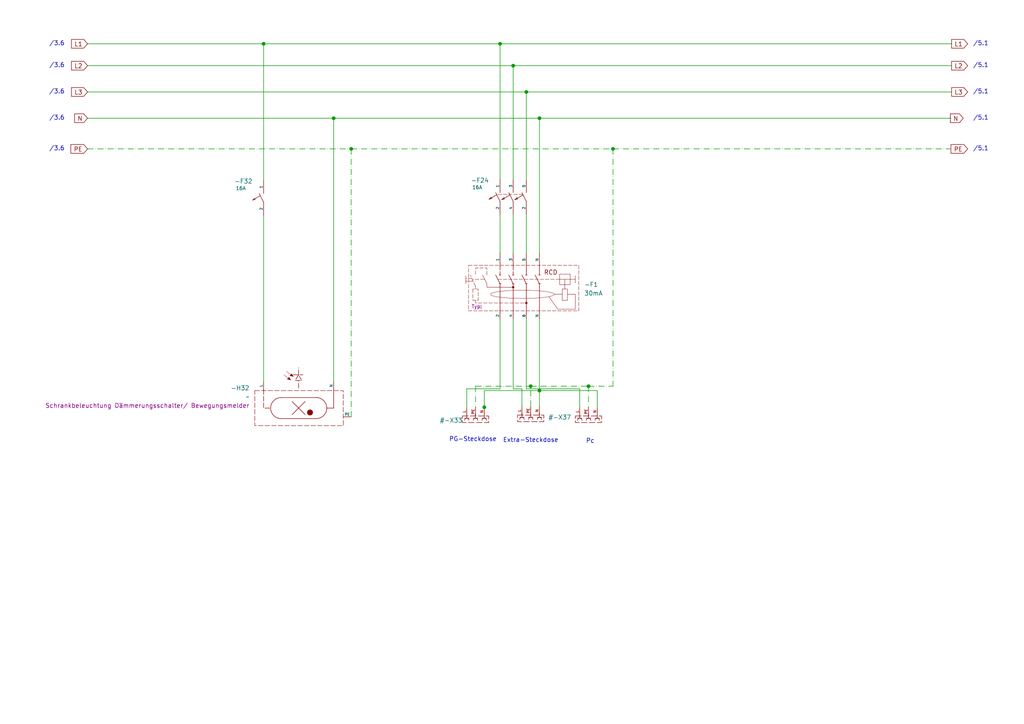
<source format=kicad_sch>
(kicad_sch (version 20250114) (generator "eeschema") (generator_version "9.0")
  (paper "A4")
  (title_block (comment 4 "1"))
  (lib_symbols
    (symbol "Steckdose_W_(X)_1" (power) (pin_names (offset 0) (hide yes)) (exclude_from_sim yes) (in_bom no) (on_board no)
      (property "Reference" "-X" (at -6.604 3.302 0))
      (symbol "Steckdose_W_(X)_1_0_1"
        (polyline (pts (xy -2.54 0.635) (xy -2.54 1.905)))
        (arc (start -3.175 0) (mid -2.54 0.635) (end -1.905 0))
        (polyline (pts (xy -1.905 0.635) (xy -3.175 0.635)))
        (polyline (pts (xy 0 0.635) (xy 0 1.905)))
        (arc (start -0.635 0) (mid 0 0.635) (end 0.635 0))
        (polyline (pts (xy 0.635 0.635) (xy -0.635 0.635)))
        (polyline (pts (xy 2.54 0.635) (xy 2.54 1.905)))
        (arc (start 1.905 0) (mid 2.54 0.635) (end 3.175 0))
        (polyline (pts (xy 3.175 0.635) (xy 1.905 0.635)))
      )
      (symbol "Steckdose_W_(X)_1_1_1"
        (rectangle (start -3.81 1.27) (end 3.81 -0.635) (stroke (width 0) (type dash)))
        (pin passive line (at -2.54 3.81 270) (length 2.54) (name "L") (number "L"))
        (pin unspecified line (at -2.54 0 90) (length 0) (hide yes) (name "L") (number "L"))
        (pin passive line (at 0 3.81 270) (length 2.54) (name "PE") (number "PE"))
        (pin unspecified line (at 0 0 90) (length 0) (hide yes) (name "PE") (number "PE"))
        (pin passive line (at 2.54 3.81 270) (length 2.54) (name "N") (number "N"))
        (pin unspecified line (at 2.54 0 90) (length 0) (hide yes) (name "N") (number "N"))
      )
    )
    (symbol "Steckdose_W_(X)_2" (power) (pin_names (offset 0) (hide yes)) (exclude_from_sim yes) (in_bom no) (on_board no)
      (property "Reference" "-X" (at -6.604 3.302 0))
      (symbol "Steckdose_W_(X)_2_0_1"
        (polyline (pts (xy -2.54 0.635) (xy -2.54 1.905)))
        (arc (start -3.175 0) (mid -2.54 0.635) (end -1.905 0))
        (polyline (pts (xy -1.905 0.635) (xy -3.175 0.635)))
        (polyline (pts (xy 0 0.635) (xy 0 1.905)))
        (arc (start -0.635 0) (mid 0 0.635) (end 0.635 0))
        (polyline (pts (xy 0.635 0.635) (xy -0.635 0.635)))
        (polyline (pts (xy 2.54 0.635) (xy 2.54 1.905)))
        (arc (start 1.905 0) (mid 2.54 0.635) (end 3.175 0))
        (polyline (pts (xy 3.175 0.635) (xy 1.905 0.635)))
      )
      (symbol "Steckdose_W_(X)_2_1_1"
        (rectangle (start -3.81 1.27) (end 3.81 -0.635) (stroke (width 0) (type dash)))
        (pin passive line (at -2.54 3.81 270) (length 2.54) (name "L") (number "L"))
        (pin unspecified line (at -2.54 0 90) (length 0) (hide yes) (name "L") (number "L"))
        (pin passive line (at 0 3.81 270) (length 2.54) (name "PE") (number "PE"))
        (pin unspecified line (at 0 0 90) (length 0) (hide yes) (name "PE") (number "PE"))
        (pin passive line (at 2.54 3.81 270) (length 2.54) (name "N") (number "N"))
        (pin unspecified line (at 2.54 0 90) (length 0) (hide yes) (name "N") (number "N"))
      )
    )
    (symbol "devices:Leuchte_Schrankbeleuchtung_(H)" (pin_numbers (hide yes)) (pin_names (offset 0))
      (property "Reference" "-H" (at -15.24 8.89 0))
      (symbol "Leuchte_Schrankbeleuchtung_(H)_0_1"
        (arc (start -5.08 -3.048) (mid -8.1184 0.0114) (end -5.0589 3.0498))
        (polyline (pts (xy -1.905 1.905) (xy 1.905 -1.905)))
        (polyline (pts (xy -1.905 -1.905) (xy 1.905 1.905)))
        (polyline (pts (xy 5.08 3.048) (xy -5.08 3.048)))
        (polyline (pts (xy 5.08 -3.048) (xy -5.08 -3.048)))
        (arc (start 5.08 3.048) (mid 8.1631 0) (end 5.08 -3.048))
      )
      (symbol "Leuchte_Schrankbeleuchtung_(H)_1_1"
        (rectangle (start -12.7 5.08) (end 12.954 -5.08) (stroke (width 0.127) (type dash)))
        (polyline (pts (xy -10.16 5.334) (xy -10.16 0) (xy -8.128 0)))
        (polyline (pts (xy -4.318 9.652) (xy -2.286 8.128) (xy -2.7889 9.0244) (xy -3.302 8.382) (xy -2.286 8.128)) (stroke (width 0.0762)) (fill (type outline)))
        (polyline (pts (xy -3.556 10.668) (xy -1.524 9.144) (xy -2.0269 10.0404) (xy -2.54 9.398) (xy -1.524 9.144)) (stroke (width 0.0762)) (fill (type outline)))
        (polyline (pts (xy -1.524 9.652) (xy 0 9.652) (xy 0.889 8.001) (xy -1.016 8.001) (xy 0 9.652) (xy 1.27 9.652)))
        (polyline (pts (xy 0 9.652) (xy 0 11.684)))
        (polyline (pts (xy 0 5.842) (xy 0 7.874)))
        (circle (center 3.302 -1.27) (radius 0.762) (fill (type outline)))
        (polyline (pts (xy 10.16 5.334) (xy 10.16 0)))
        (polyline (pts (xy 10.16 0) (xy 8.128 0) (xy 8.382 0) (xy 8.128 0)))
        (pin passive line (at -10.16 7.62 270) (length 2.286) (name "L") (number "L"))
        (pin passive line (at 10.16 7.62 270) (length 2.286) (name "N") (number "N"))
        (pin passive line (at 15.24 -2.54 180) (length 2.286) (name "PE") (number "PE"))
      )
    )
    (symbol "standart:Schalter_LS_(F)" (pin_numbers (hide yes)) (pin_names (offset 0))
      (property "Reference" "-F" (at -5.842 3.556 0))
      (property "Value" "A" (at -6.604 1.524 0))
      (symbol "Schalter_LS_(F)_0_1"
        (polyline (pts (xy -3.1577 -1.8949) (xy -3.1577 -1.8949)))
        (polyline (pts (xy 0 0) (xy 0 0)))
        (polyline (pts (xy 0 -2.54) (xy -1.27 0)))
      )
      (symbol "Schalter_LS_(F)_1_1"
        (polyline (pts (xy -3.175 -1.905) (xy -2.54 -1.27)) (stroke (width 0.127)))
        (polyline (pts (xy -3.175 -1.905) (xy -2.3014 -1.67)) (stroke (width 0.127)))
        (polyline (pts (xy -0.9505 -0.6011) (xy -3.175 -1.905)) (stroke (width 0.127)))
        (pin passive line (at 0 3.81 270) (length 3.81) (name "1") (number "1"))
        (pin passive line (at 0 -6.35 90) (length 3.81) (name "2") (number "2"))
      )
    )
    (symbol "standart:Schalter_LS_allpolig_(F)" (pin_numbers (hide yes)) (pin_names (offset 0))
      (property "Reference" "-F" (at -5.842 3.556 0))
      (property "Value" "A" (at -6.604 1.524 0))
      (symbol "Schalter_LS_allpolig_(F)_0_1"
        (polyline (pts (xy -3.175 -1.905) (xy -2.54 -1.27)))
        (polyline (pts (xy -3.175 -1.905) (xy -2.3014 -1.67)))
        (polyline (pts (xy -3.1577 -1.8949) (xy -3.1577 -1.8949)))
        (polyline (pts (xy -0.9505 -0.6011) (xy -3.175 -1.905)))
        (polyline (pts (xy 0 0) (xy 0 0)))
        (polyline (pts (xy 0 -2.54) (xy -1.27 0)))
        (polyline (pts (xy 0.508 -2.032) (xy 1.143 -1.397)))
        (polyline (pts (xy 0.508 -2.032) (xy 1.3816 -1.797)))
        (polyline (pts (xy 0.5253 -2.0219) (xy 0.5253 -2.0219)))
        (polyline (pts (xy 2.7325 -0.7281) (xy 0.508 -2.032)))
        (polyline (pts (xy 3.81 0) (xy 3.81 0)))
        (polyline (pts (xy 3.81 -2.54) (xy 2.54 0)))
        (polyline (pts (xy 4.318 -2.032) (xy 4.953 -1.397)))
        (polyline (pts (xy 4.318 -2.032) (xy 5.1916 -1.797)))
        (polyline (pts (xy 4.3353 -2.0219) (xy 4.3353 -2.0219)))
        (polyline (pts (xy 6.5425 -0.7281) (xy 4.318 -2.032)))
        (polyline (pts (xy 7.62 0) (xy 7.62 0)))
        (polyline (pts (xy 7.62 -2.54) (xy 6.35 0)))
      )
      (symbol "Schalter_LS_allpolig_(F)_1_1"
        (polyline (pts (xy 6.604 -0.508) (xy -1.016 -0.508)) (stroke (width 0.1016) (type dash)))
        (pin passive line (at 0 3.81 270) (length 3.81) (name "1") (number "1"))
        (pin passive line (at 0 -6.35 90) (length 3.81) (name "2") (number "2"))
        (pin passive line (at 3.81 3.81 270) (length 3.81) (name "3") (number "3"))
        (pin passive line (at 3.81 -6.35 90) (length 3.81) (name "4") (number "4"))
        (pin passive line (at 7.62 3.81 270) (length 3.81) (name "5") (number "5"))
        (pin passive line (at 7.62 -6.35 90) (length 3.81) (name "2") (number "2"))
      )
    )
    (symbol "standart:Schalter_RCD_allpolig_klassisch_(F)_1-6" (pin_numbers (hide yes)) (pin_names (offset 0))
      (property "Reference" "-F" (at -11.176 10.414 0))
      (symbol "Schalter_RCD_allpolig_klassisch_(F)_1-6_0_1"
        (polyline (pts (xy -4.064 3.81) (xy -3.556 3.81)))
        (polyline (pts (xy -4.064 1.27) (xy -3.556 1.27)))
        (polyline (pts (xy -3.81 3.81) (xy -3.81 3.81)))
        (polyline (pts (xy -3.81 1.27) (xy -5.08 3.81)))
        (polyline (pts (xy -3.81 1.27) (xy -3.81 0.508)))
        (polyline (pts (xy -0.254 3.81) (xy 0.254 3.81)))
        (polyline (pts (xy -0.254 1.27) (xy 0.254 1.27)))
        (polyline (pts (xy 0 3.81) (xy 0 3.81)))
        (polyline (pts (xy 0 1.27) (xy -1.27 3.81)))
        (polyline (pts (xy 0 1.27) (xy 0 0.508)))
        (polyline (pts (xy 3.556 3.81) (xy 4.064 3.81)))
        (polyline (pts (xy 3.556 1.27) (xy 4.064 1.27)))
        (polyline (pts (xy 3.81 3.81) (xy 3.81 3.81)))
        (polyline (pts (xy 3.81 1.27) (xy 2.54 3.81)))
        (polyline (pts (xy 3.81 1.27) (xy 3.81 0.508)))
        (polyline (pts (xy 7.366 3.81) (xy 7.874 3.81)))
        (polyline (pts (xy 7.366 1.27) (xy 7.874 1.27)))
        (polyline (pts (xy 7.62 3.81) (xy 7.62 3.81)))
        (polyline (pts (xy 7.62 1.27) (xy 6.35 3.81)))
        (polyline (pts (xy 7.62 1.27) (xy 7.62 0.508)))
      )
      (symbol "Schalter_RCD_allpolig_klassisch_(F)_1-6_1_0"
        (polyline (pts (xy -13.716 3.556) (xy -13.716 1.27)) (stroke (width 0.1016)))
        (rectangle (start -12.954 6.604) (end 19.05 -6.604) (stroke (width 0.1016) (type dash)))
        (polyline (pts (xy -11.938 2.794) (xy -13.716 2.794)) (stroke (width 0.1016)))
        (polyline (pts (xy -11.684 2.032) (xy -13.716 2.032)) (stroke (width 0.1016)))
        (polyline (pts (xy -11.684 -0.254) (xy -11.684 -3.556) (xy -10.16 -3.556) (xy -10.16 -0.254) (xy -11.684 -0.254)) (stroke (width 0.1016)))
        (polyline (pts (xy -11.43 1.524) (xy -11.43 1.524)))
        (polyline (pts (xy -10.922 0.508) (xy -12.446 3.81)) (stroke (width 0.1016)))
        (polyline (pts (xy -10.922 0.508) (xy -10.922 -0.254)) (stroke (width 0.1016)))
        (polyline (pts (xy -10.922 -3.556) (xy -10.922 -4.318) (xy 3.81 -4.318)) (stroke (width 0.1016)))
        (polyline (pts (xy -7.62 3.81) (xy -7.62 5.842) (xy -10.922 5.842) (xy -10.922 3.81)) (stroke (width 0.1016)))
        (polyline (pts (xy -3.81 6.35) (xy -3.81 3.81)))
        (polyline (pts (xy 0 6.35) (xy 0 3.81)))
        (circle (center 0 0.254) (radius 0.254) (fill (type outline)))
        (polyline (pts (xy 0 0.254) (xy -7.62 0.254) (xy -7.62 1.27)) (stroke (width 0.1016)))
        (polyline (pts (xy 3.81 6.35) (xy 3.81 3.81)))
        (circle (center 3.81 -4.318) (radius 0.254) (fill (type outline)))
        (polyline (pts (xy 4.5467 -0.6344) (xy 6.2883 -0.7038) (xy 7.8643 -0.8136) (xy 9.2375 -0.9591) (xy 10.3705 -1.1354) (xy 10.8352 -1.2336) (xy 11.2259 -1.3378) (xy 11.5379 -1.4472) (xy 11.7665 -1.5614) (xy 11.9071 -1.6797) (xy 11.943 -1.7402) (xy 11.955 -1.8015) (xy 11.943 -1.8628) (xy 11.9071 -1.9233) (xy 11.8481 -1.9829) (xy 11.7665 -2.0416) (xy 11.6629 -2.0992) (xy 11.5379 -2.1558) (xy 11.2259 -2.2652) (xy 10.8352 -2.3694) (xy 10.3705 -2.4676) (xy 9.8363 -2.5593) (xy 9.2375 -2.6439) (xy 8.5786 -2.7208) (xy 7.8643 -2.7894) (xy 7.0993 -2.8491) (xy 6.2883 -2.8992) (xy 5.4358 -2.9393) (xy 4.5467 -2.9686) (xy 3.6254 -2.9867) (xy 2.6768 -2.9928) (xy 0.8069 -2.9686) (xy -0.9348 -2.8992) (xy -2.5108 -2.7894) (xy -3.884 -2.6439) (xy -5.0169 -2.4676) (xy -5.4817 -2.3694) (xy -5.8724 -2.2652) (xy -6.1844 -2.1558) (xy -6.413 -2.0416) (xy -6.5536 -1.9233) (xy -6.5894 -1.8628) (xy -6.6015 -1.8015) (xy -6.5894 -1.7402) (xy -6.5536 -1.6797) (xy -6.4946 -1.6201) (xy -6.413 -1.5614) (xy -6.3094 -1.5038) (xy -6.1844 -1.4472) (xy -5.8724 -1.3378) (xy -5.4817 -1.2336) (xy -5.0169 -1.1354) (xy -4.4828 -1.0437) (xy -3.884 -0.9591) (xy -3.2251 -0.8822) (xy -2.5108 -0.8136) (xy -1.7458 -0.7539) (xy -0.9348 -0.7038) (xy -0.0823 -0.6637) (xy 0.8069 -0.6344) (xy 1.7281 -0.6163) (xy 2.6768 -0.6102) (xy 4.5467 -0.6344)) (stroke (width 0.0874)))
        (polyline (pts (xy 7.62 6.35) (xy 7.62 3.81)))
        (polyline (pts (xy 11.938 -1.778) (xy 14.224 -1.778)) (stroke (width 0.1016)))
        (polyline (pts (xy 13.462 2.54) (xy 16.51 2.54)) (stroke (width 0.1016)))
        (polyline (pts (xy 14.224 -0.254) (xy 14.224 -3.556) (xy 15.748 -3.556) (xy 15.748 -0.254) (xy 14.224 -0.254)) (stroke (width 0.1016)))
        (polyline (pts (xy 14.986 -0.254) (xy 14.986 1.016)) (stroke (width 0.1016)))
        (polyline (pts (xy 15.748 -1.778) (xy 18.034 -1.778) (xy 18.034 -6.096) (xy 12.954 -6.096) (xy 10.414 -2.54)) (stroke (width 0.1016)))
        (polyline (pts (xy 16.51 2.54) (xy 18.034 2.54)) (stroke (width 0.1016)))
        (polyline (pts (xy 18.034 3.556) (xy 18.034 1.524)) (stroke (width 0.1016)))
      )
      (symbol "Schalter_RCD_allpolig_klassisch_(F)_1-6_1_1"
        (polyline (pts (xy -8.382 2.54) (xy -11.684 2.54)) (stroke (width 0.1016) (type dash)))
        (polyline (pts (xy -7.62 1.27) (xy -8.89 3.81)) (stroke (width 0.1016)))
        (polyline (pts (xy -3.81 -7.112) (xy -3.81 0.508)))
        (polyline (pts (xy 0 -7.112) (xy 0 0.508)))
        (polyline (pts (xy 3.81 -7.112) (xy 3.81 0.508)))
        (polyline (pts (xy 7.62 -7.112) (xy 7.62 0.508)))
        (rectangle (start 13.462 4.064) (end 16.51 1.016) (stroke (width 0.1016)))
        (polyline (pts (xy 13.462 2.54) (xy -4.318 2.54)) (stroke (width 0.1016) (type dash)))
        (polyline (pts (xy 14.986 2.54) (xy 14.986 1.016)) (stroke (width 0.1016)))
        (text "RCD\n" (at 8.89 5.334 0) (effects (font (size 1.27 1.27)) (justify left top)))
        (pin passive line (at -3.81 10.16 270) (length 3.81) (name "1") (number "1"))
        (pin passive line (at -3.81 -8.89 90) (length 1.778) (name "2") (number "2"))
        (pin passive line (at 0 10.16 270) (length 3.81) (name "3") (number "3"))
        (pin passive line (at 0 -8.89 90) (length 1.778) (name "4") (number "4"))
        (pin passive line (at 3.81 10.16 270) (length 3.81) (name "5") (number "5"))
        (pin passive line (at 3.81 -8.89 90) (length 1.778) (name "6") (number "6"))
        (pin passive line (at 7.62 10.16 270) (length 3.81) (name "N") (number "N"))
        (pin passive line (at 7.62 -8.89 90) (length 1.778) (name "N") (number "N"))
      )
    )
    (symbol "standart:Steckdose_W_(X)" (power) (pin_names (offset 0) (hide yes)) (exclude_from_sim yes) (in_bom no) (on_board no)
      (property "Reference" "-X" (at -6.604 3.302 0))
      (symbol "Steckdose_W_(X)_0_1"
        (polyline (pts (xy -2.54 0.635) (xy -2.54 1.905)))
        (arc (start -3.175 0) (mid -2.54 0.635) (end -1.905 0))
        (polyline (pts (xy -1.905 0.635) (xy -3.175 0.635)))
        (polyline (pts (xy 0 0.635) (xy 0 1.905)))
        (arc (start -0.635 0) (mid 0 0.635) (end 0.635 0))
        (polyline (pts (xy 0.635 0.635) (xy -0.635 0.635)))
        (polyline (pts (xy 2.54 0.635) (xy 2.54 1.905)))
        (arc (start 1.905 0) (mid 2.54 0.635) (end 3.175 0))
        (polyline (pts (xy 3.175 0.635) (xy 1.905 0.635)))
      )
      (symbol "Steckdose_W_(X)_1_1"
        (rectangle (start -3.81 1.27) (end 3.81 -0.635) (stroke (width 0) (type dash)))
        (pin passive line (at -2.54 3.81 270) (length 2.54) (name "L") (number "L"))
        (pin unspecified line (at -2.54 0 90) (length 0) (hide yes) (name "L") (number "L"))
        (pin passive line (at 0 3.81 270) (length 2.54) (name "PE") (number "PE"))
        (pin unspecified line (at 0 0 90) (length 0) (hide yes) (name "PE") (number "PE"))
        (pin passive line (at 2.54 3.81 270) (length 2.54) (name "N") (number "N"))
        (pin unspecified line (at 2.54 0 90) (length 0) (hide yes) (name "N") (number "N"))
      )
    )
  )
  (text "/5.1" (at 284.48 43.18 0) (effects (font (size 1.27 1.27))))
  (text "Extra-Steckdose" (at 153.924 127.762 0) (effects (font (size 1.27 1.27))))
  (text "/5.1" (at 284.48 26.67 0) (effects (font (size 1.27 1.27))))
  (text "/5.1" (at 284.48 34.29 0) (effects (font (size 1.27 1.27))))
  (text "/3.6" (at 16.51 12.7 0) (effects (font (size 1.27 1.27))))
  (text "/3.6" (at 16.51 19.05 0) (effects (font (size 1.27 1.27))))
  (text "Pc" (at 171.196 128.016 0) (effects (font (size 1.27 1.27))))
  (text "/5.1" (at 284.48 12.7 0) (effects (font (size 1.27 1.27))))
  (text "PG-Steckdose" (at 137.16 127.508 0) (effects (font (size 1.27 1.27))))
  (text "/3.6" (at 16.51 43.18 0) (effects (font (size 1.27 1.27))))
  (text "/3.6" (at 16.51 34.29 0) (effects (font (size 1.27 1.27))))
  (text "/3.6" (at 16.51 26.67 0) (effects (font (size 1.27 1.27))))
  (text "/5.1" (at 284.48 19.05 0) (effects (font (size 1.27 1.27))))
  (junction (at 148.844 19.05))
  (junction (at 156.464 113.284))
  (junction (at 177.8 43.18))
  (junction (at 153.924 112.014))
  (junction (at 156.464 34.29))
  (junction (at 170.688 112.014))
  (junction (at 140.462 118.11))
  (junction (at 101.854 43.18))
  (junction (at 145.034 12.7))
  (junction (at 96.774 34.29))
  (junction (at 76.454 12.7))
  (junction (at 152.654 26.67))
  (wire (pts (xy 152.654 92.456) (xy 152.654 112.776)))
  (wire (pts (xy 76.454 62.484) (xy 76.454 110.744)))
  (wire (pts (xy 25.4 19.05) (xy 148.844 19.05)))
  (wire (pts (xy 145.034 62.23) (xy 145.034 73.406)))
  (wire (pts (xy 152.654 62.23) (xy 152.654 73.406)))
  (wire (pts (xy 148.844 112.776) (xy 151.384 112.776)))
  (wire (pts (xy 135.382 112.776) (xy 135.382 118.11)))
  (wire (pts (xy 148.844 19.05) (xy 276.098 19.05)))
  (wire (pts (xy 154.178 112.268) (xy 153.924 112.268)))
  (wire (pts (xy 170.688 112.014) (xy 170.688 118.11)) (stroke (width 0) (type dash_dot)))
  (wire (pts (xy 148.844 62.23) (xy 148.844 73.406)))
  (wire (pts (xy 25.4 43.18) (xy 101.854 43.18)) (stroke (width 0) (type dash_dot)))
  (wire (pts (xy 96.774 34.29) (xy 156.464 34.29)))
  (wire (pts (xy 156.464 92.456) (xy 156.464 113.284)))
  (wire (pts (xy 156.464 113.284) (xy 173.228 113.284)))
  (wire (pts (xy 168.148 112.776) (xy 168.148 118.11)))
  (wire (pts (xy 25.4 26.67) (xy 152.654 26.67)))
  (wire (pts (xy 96.774 34.29) (xy 96.774 110.744)))
  (wire (pts (xy 153.924 112.014) (xy 170.688 112.014)) (stroke (width 0) (type dash_dot)))
  (wire (pts (xy 137.922 112.014) (xy 137.922 118.11)) (stroke (width 0) (type dash_dot)))
  (wire (pts (xy 148.844 92.456) (xy 148.844 112.776)))
  (wire (pts (xy 152.654 112.776) (xy 168.148 112.776)))
  (wire (pts (xy 154.178 112.268) (xy 153.924 112.014)))
  (wire (pts (xy 140.462 113.284) (xy 140.462 118.11)))
  (wire (pts (xy 101.854 43.18) (xy 177.8 43.18)) (stroke (width 0) (type dash_dot)))
  (wire (pts (xy 151.384 112.776) (xy 151.384 117.856)))
  (wire (pts (xy 76.454 12.7) (xy 145.034 12.7)))
  (wire (pts (xy 25.4 34.29) (xy 96.774 34.29)))
  (wire (pts (xy 101.854 43.18) (xy 101.854 120.904)) (stroke (width 0) (type dash_dot)))
  (wire (pts (xy 145.034 12.7) (xy 145.034 52.07)))
  (wire (pts (xy 140.462 113.284) (xy 156.464 113.284)))
  (wire (pts (xy 177.8 43.18) (xy 275.59 43.18)) (stroke (width 0) (type dash_dot)))
  (wire (pts (xy 145.034 12.7) (xy 276.098 12.7)))
  (wire (pts (xy 152.654 26.67) (xy 276.098 26.67)))
  (wire (pts (xy 145.034 92.456) (xy 145.034 112.776)))
  (wire (pts (xy 156.464 34.29) (xy 156.464 73.406)))
  (wire (pts (xy 173.228 113.284) (xy 173.228 118.11)))
  (wire (pts (xy 156.464 113.284) (xy 156.464 117.856)))
  (wire (pts (xy 25.4 12.7) (xy 76.454 12.7)))
  (wire (pts (xy 177.8 43.18) (xy 177.8 112.014)) (stroke (width 0) (type dash_dot)))
  (wire (pts (xy 137.922 112.014) (xy 153.924 112.014)) (stroke (width 0) (type dash_dot)))
  (wire (pts (xy 135.382 112.776) (xy 145.034 112.776)))
  (wire (pts (xy 152.654 26.67) (xy 152.654 52.07)))
  (wire (pts (xy 156.464 34.29) (xy 275.844 34.29)))
  (wire (pts (xy 148.844 19.05) (xy 148.844 52.07)))
  (wire (pts (xy 76.454 12.7) (xy 76.454 52.324)))
  (wire (pts (xy 170.688 112.014) (xy 177.8 112.014)) (stroke (width 0) (type dash_dot)))
  (wire (pts (xy 153.924 117.856) (xy 153.924 112.268)) (stroke (width 0) (type dash_dot)))
  (wire (pts (xy 140.462 118.11) (xy 140.462 118.364)))
  (global_label "N" (shape input) (at 279.4 34.29 180) (property "Intersheetrefs" "${INTERSHEET_REFS}" (effects (hide yes))))
  (global_label "L3" (shape input) (at 280.67 26.67 180) (property "Intersheetrefs" "${INTERSHEET_REFS}" (effects (hide yes))))
  (global_label "L1" (shape input) (at 25.4 12.7 180) (property "Intersheetrefs" "${INTERSHEET_REFS}" (effects (hide yes))))
  (global_label "L3" (shape input) (at 25.4 26.67 180) (property "Intersheetrefs" "${INTERSHEET_REFS}" (effects (hide yes))) (property "Netclass" "/3.6" (effects (hide yes))))
  (global_label "PE" (shape input) (at 280.67 43.18 180) (property "Intersheetrefs" "${INTERSHEET_REFS}" (effects (hide yes))))
  (global_label "L2" (shape input) (at 280.67 19.05 180) (property "Intersheetrefs" "${INTERSHEET_REFS}" (effects (hide yes))))
  (global_label "L2" (shape input) (at 25.4 19.05 180) (property "Intersheetrefs" "${INTERSHEET_REFS}" (effects (hide yes))))
  (global_label "L1" (shape input) (at 280.67 12.7 180) (property "Intersheetrefs" "${INTERSHEET_REFS}" (effects (hide yes))))
  (global_label "N" (shape input) (at 25.4 34.29 180) (property "Intersheetrefs" "${INTERSHEET_REFS}" (effects (hide yes))) (property "Netclass" "/3.6" (effects (hide yes))))
  (global_label "PE" (shape input) (at 25.4 43.18 180) (property "Intersheetrefs" "${INTERSHEET_REFS}" (effects (hide yes))) (property "Netclass" "/3.6" (effects (hide yes))))
  (symbol (lib_id "standart:Schalter_RCD_allpolig_klassisch_(F)_1-6") (at 148.844 83.566 0) (unit 1)
    (property "Reference" "-F1" (at 169.418 82.5245 0) (effects (justify left)))
    (property "Value" "30mA" (at 169.418 85.0645 0) (effects (justify left)))
  )
  (symbol (lib_id "standart:Steckdose_W_(X)") (at 153.924 121.666 0) (unit 1) (exclude_from_sim yes) (in_bom no) (on_board no)
    (property "Reference" "-X37" (at 159.004 121.0309 0) (effects (justify left)))
    (property "Value" "Steckdose_W_(X)" (effects (hide yes)))
  )
  (symbol (lib_name "Steckdose_W_(X)_2") (lib_id "standart:Steckdose_W_(X)") (at 170.688 121.92 0) (unit 1) (exclude_from_sim yes) (in_bom no) (on_board no)
    (property "Reference" "-X018" (effects (hide yes)))
    (property "Value" "Steckdose_W_(X)" (effects (hide yes)))
  )
  (symbol (lib_id "devices:Leuchte_Schrankbeleuchtung_(H)") (at 86.614 118.364 0) (unit 1)
    (property "Reference" "-H32" (at 72.39 112.5536 0) (effects (justify right)))
    (property "Value" "~" (at 72.39 115.0936 0) (effects (justify right)))
    (property "Description" "Schrankbeleuchtung Dämmerungsschalter/ Bewegungsmelder" (at 72.39 117.6336 0) (effects (justify right)))
  )
  (symbol (lib_name "Steckdose_W_(X)_1") (lib_id "standart:Steckdose_W_(X)") (at 137.922 121.92 0) (unit 1) (exclude_from_sim yes) (in_bom no) (on_board no)
    (property "Reference" "-X33" (at 127.508 121.92 0) (effects (justify left)))
    (property "Value" "Steckdose_W_(X)" (effects (hide yes)))
  )
  (symbol (lib_id "standart:Schalter_LS_allpolig_(F)") (at 145.034 55.88 0) (unit 1)
    (property "Reference" "-F24" (at 139.192 52.324 0))
    (property "Value" "16A" (at 138.43 54.356 0) (effects (font (size 1.016 1.016))))
  )
  (symbol (lib_id "standart:Schalter_LS_(F)") (at 76.454 56.134 0) (unit 1)
    (property "Reference" "-F32" (at 70.612 52.578 0))
    (property "Value" "16A" (at 69.85 54.61 0) (effects (font (size 1.016 1.016))))
  )
)
</source>
